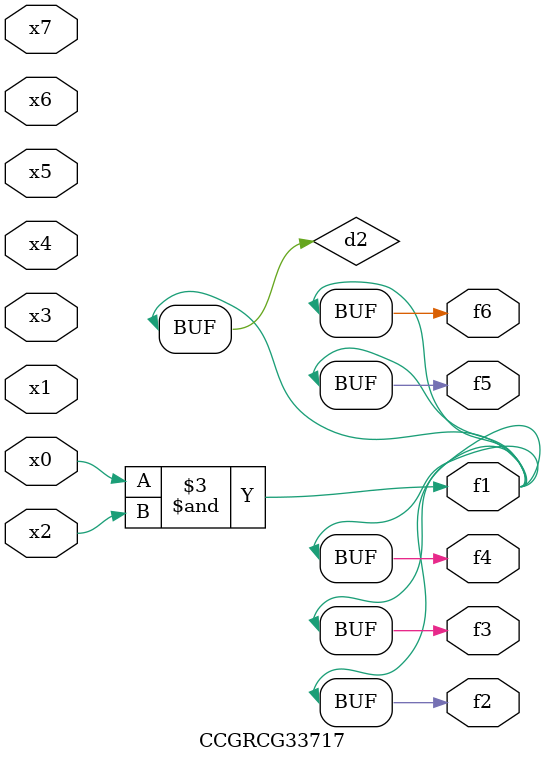
<source format=v>
module CCGRCG33717(
	input x0, x1, x2, x3, x4, x5, x6, x7,
	output f1, f2, f3, f4, f5, f6
);

	wire d1, d2;

	nor (d1, x3, x6);
	and (d2, x0, x2);
	assign f1 = d2;
	assign f2 = d2;
	assign f3 = d2;
	assign f4 = d2;
	assign f5 = d2;
	assign f6 = d2;
endmodule

</source>
